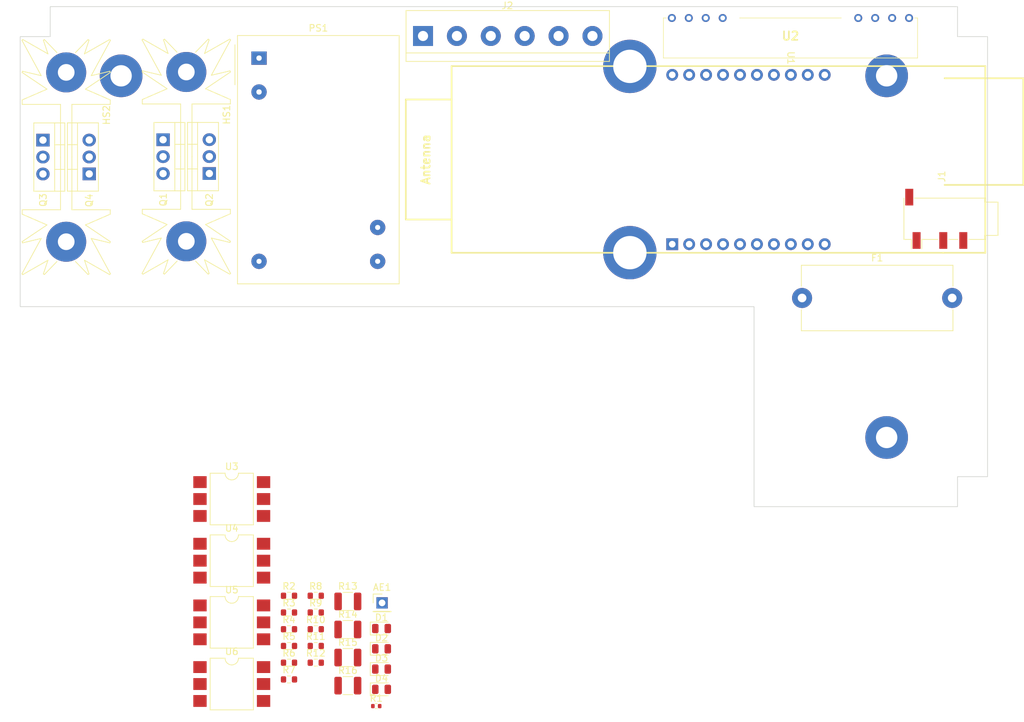
<source format=kicad_pcb>
(kicad_pcb (version 20221018) (generator pcbnew)
  (layers (0 "F.Cu" signal) (31 "B.Cu" signal) (34 "B.Paste" user) (35 "F.Paste" user) (36 "B.SilkS" user "B.Silkscreen") (37 "F.SilkS" user "F.Silkscreen") (38 "B.Mask" user) (39 "F.Mask" user) (44 "Edge.Cuts" user))
  (net 0 "")
  (net 1 "Net-(AE1-A)")
  (net 2 "Net-(D2-A)")
  (net 3 "Net-(D3-A)")
  (net 4 "Net-(D4-A)")
  (net 5 "GND")
  (net 6 "Net-(D1-A)")
  (net 7 "LINE")
  (net 8 "+3V3")
  (net 9 "Net-(Q1-A2)")
  (net 10 "Net-(J2-Pin_3)")
  (net 11 "Net-(J2-Pin_4)")
  (net 12 "Net-(U1-GPIO13)")
  (net 13 "Net-(Q2-G)")
  (net 14 "NEUT")
  (net 16 "+5V")
  (net 17 "Net-(Q1-G)")
  (net 18 "Net-(U1-GPIO2)")
  (net 22 "Net-(Q3-G)")
  (net 23 "Net-(Q4-G)")
  (net 31 "Net-(U1-GPIO36)")
  (net 35 "Net-(U1-GPIO3)")
  (net 36 "Net-(R9-Pad1)")
  (net 37 "Net-(U1-GPIO4)")
  (net 38 "Net-(R12-Pad1)")
  (net 39 "Net-(R13-Pad2)")
  (net 40 "Net-(U1-GPIO5)")
  (net 41 "Net-(R16-Pad2)")
  (net 48 "Net-(J2-Pin_5)")
  (net 49 "Net-(J2-Pin_6)")
  (net 50 "Net-(R2-Pad2)")
  (net 51 "Net-(R3-Pad2)")
  (net 52 "Net-(R10-Pad1)")
  (net 53 "Net-(R11-Pad1)")
  (net 54 "Net-(R14-Pad2)")
  (net 55 "Net-(R15-Pad2)")
  (footprint "Heatsink:Heatsink_Fischer_SK104-STC-STIC_35x13mm_2xDrill2.5mm" (layer "F.Cu") (at 78.995 69.36 -90)
    (fp_text reference "HS2" (at -6.3 -6.05 90) (layer "F.SilkS"))
    (fp_text value "Heatsink (shared by 2 triacs)")
    (fp_line (start -17.63 -6.51) (end -15.48 -2.74) (stroke (width 0.12)) (layer "F.SilkS"))
    (fp_line (start -17.63 6.51) (end -15.48 2.74) (stroke (width 0.12)) (layer "F.SilkS"))
    (fp_line (start -17.62 -3.27) (end -15.66 -1.38) (stroke (width 0.12)) (layer "F.SilkS"))
    (fp_line (start -17.62 3.27) (end -15.66 1.38) (stroke (width 0.12)) (layer "F.SilkS"))
    (fp_line (start -17.53 -3.42) (end -17.62 -3.27) (stroke (width 0.12)) (layer "F.SilkS"))
    (fp_line (start -17.53 3.42) (end -17.62 3.27) (stroke (width 0.12)) (layer "F.SilkS"))
    (fp_line (start -17.51 -6.63) (end -17.63 -6.51) (stroke (width 0.12)) (layer "F.SilkS"))
    (fp_line (start -17.51 6.63) (end -17.63 6.51) (stroke (width 0.12)) (layer "F.SilkS"))
    (fp_line (start -15.48 -2.74) (end -17.53 -3.42) (stroke (width 0.12)) (layer "F.SilkS"))
    (fp_line (start -15.48 2.74) (end -17.53 3.42) (stroke (width 0.12)) (layer "F.SilkS"))
    (fp_line (start -12.87 -6.55) (end -12.21 -3.75) (stroke (width 0.12)) (layer "F.SilkS"))
    (fp_line (start -12.87 6.55) (end -12.21 3.75) (stroke (width 0.12)) (layer "F.SilkS"))
    (fp_line (start -12.69 -6.61) (end -12.87 -6.55) (stroke (width 0.12)) (layer "F.SilkS"))
    (fp_line (start -12.69 6.61) (end -12.87 6.55) (stroke (width 0.12)) (layer "F.SilkS"))
    (fp_line (start -12.21 -3.75) (end -17.51 -6.63) (stroke (width 0.12)) (layer "F.SilkS"))
    (fp_line (start -12.21 3.75) (end -17.51 6.63) (stroke (width 0.12)) (layer "F.SilkS"))
    (fp_line (start -10.19 -2.89) (end -12.69 -6.61) (stroke (width 0.12)) (layer "F.SilkS"))
    (fp_line (start -10.19 2.89) (end -12.69 6.61) (stroke (width 0.12)) (layer "F.SilkS"))
    (fp_line (start -8.57 -6.6) (end -10.18 -2.89) (stroke (width 0.12)) (layer "F.SilkS"))
    (fp_line (start -8.57 6.6) (end -10.18 2.89) (stroke (width 0.12)) (layer "F.SilkS"))
    (fp_line (start -7.9 -6.6) (end -8.57 -6.6) (stroke (width 0.12)) (layer "F.SilkS"))
    (fp_line (start -7.9 -0.85) (end -7.9 -6.6) (stroke (width 0.12)) (layer "F.SilkS"))
    (fp_line (start -7.9 0.85) (end -7.9 6.6) (stroke (width 0.12)) (layer "F.SilkS"))
    (fp_line (start -7.9 6.6) (end -8.57 6.6) (stroke (width 0.12)) (layer "F.SilkS"))
    (fp_line (start 0 -0.85) (end -7.9 -0.85) (stroke (width 0.12)) (layer "F.SilkS"))
    (fp_line (start 0 -0.85) (end 7.9 -0.85) (stroke (width 0.12)) (layer "F.SilkS"))
    (fp_line (start 0 0.85) (end -7.9 0.85) (stroke (width 0.12)) (layer "F.SilkS"))
    (fp_line (start 0 0.85) (end 7.9 0.85) (stroke (width 0.12)) (layer "F.SilkS"))
    (fp_line (start 7.9 -6.6) (end 8.57 -6.6) (stroke (width 0.12)) (layer "F.SilkS"))
    (fp_line (start 7.9 -0.85) (end 7.9 -6.6) (stroke (width 0.12)) (layer "F.SilkS"))
    (fp_line (start 7.9 0.85) (end 7.9 6.6) (stroke (width 0.12)) (layer "F.SilkS"))
    (fp_line (start 7.9 6.6) (end 8.57 6.6) (stroke (width 0.12)) (layer "F.SilkS"))
    (fp_line (start 8.57 -6.6) (end 10.18 -2.89) (stroke (width 0.12)) (layer "F.SilkS"))
    (fp_line (start 8.57 6.6) (end 10.18 2.89) (stroke (width 0.12)) (layer "F.SilkS"))
    (fp_line (start 10.19 -2.89) (end 12.69 -6.61) (stroke (width 0.12)) (layer "F.SilkS"))
    (fp_line (start 10.19 2.89) (end 12.69 6.61) (stroke (width 0.12)) (layer "F.SilkS"))
    (fp_line (start 12.21 -3.75) (end 17.51 -6.63) (stroke (width 0.12)) (layer "F.SilkS"))
    (fp_line (start 12.21 3.75) (end 17.51 6.63) (stroke (width 0.12)) (layer "F.SilkS"))
    (fp_line (start 12.69 -6.61) (end 12.87 -6.55) (stroke (width 0.12)) (layer "F.SilkS"))
    (fp_line (start 12.69 6.61) (end 12.87 6.55) (stroke (width 0.12)) (layer "F.SilkS"))
    (fp_line (start 12.87 -6.55) (end 12.21 -3.75) (stroke (width 0.12)) (layer "F.SilkS"))
    (fp_line (start 12.87 6.55) (end 12.21 3.75) (stroke (width 0.12)) (layer "F.SilkS"))
    (fp_line (start 15.48 -2.74) (end 17.53 -3.42) (stroke (width 0.12)) (layer "F.SilkS"))
    (fp_line (start 15.48 2.74) (end 17.53 3.42) (stroke (width 0.12)) (layer "F.SilkS"))
    (fp_line (start 17.51 -6.63) (end 17.63 -6.51) (stroke (width 0.12)) (layer "F.SilkS"))
    (fp_line (start 17.51 6.63) (end 17.63 6.51) (stroke (width 0.12)) (layer "F.SilkS"))
    (fp_line (start 17.53 -3.42) (end 17.62 -3.27) (stroke (width 0.12)) (layer "F.SilkS"))
    (fp_line (start 17.53 3.42) (end 17.62 3.27) (stroke (width 0.12)) (layer "F.SilkS"))
    (fp_line (start 17.62 -3.27) (end 15.66 -1.38) (stroke (width 0.12)) (layer "F.SilkS"))
    (fp_line (start 17.62 3.27) (end 15.66 1.38) (stroke (width 0.12)) (layer "F.SilkS"))
    (fp_line (start 17.63 -6.51) (end 15.48 -2.74) (stroke (width 0.12)) (layer "F.SilkS"))
    (fp_line (start 17.63 6.51) (end 15.48 2.74) (stroke (width 0.12)) (layer "F.SilkS"))
    (pad "1" thru_hole circle (at -12.7 0 90) (size 6 6) (drill 2.5) (layers "*.Cu" "*.Mask"))
    (pad "1" thru_hole circle (at 12.7 0 270) (size 6 6) (drill 2.5) (layers "*.Cu" "*.Mask"))
  )
  (footprint "" (layer "F.Cu") (at 201.975 57.175)
    (fp_text reference "" (at 0 0) (layer "F.SilkS") (effects (font (size 1.27 1.27))))
    (fp_text value "" (at 0 0) (layer "F.SilkS") (effects (font (size 1.27 1.27))))
    (pad "1" thru_hole circle (at 0 0) (size 6.4 6.4) (drill 3.2) (layers "*.Cu" "*.Mask"))
  )
  (footprint "Diode_SMD:D_0805_2012Metric" (layer "F.Cu") (at 126.2625 143.12)
    (fp_text reference "D2" (at 0 -1.65) (layer "F.SilkS"))
    (fp_text value "LED")
    (fp_line (start -1.685 -0.96) (end -1.685 0.96) (stroke (width 0.12)) (layer "F.SilkS"))
    (fp_line (start -1.685 0.96) (end 1 0.96) (stroke (width 0.12)) (layer "F.SilkS"))
    (fp_line (start 1 -0.96) (end -1.685 -0.96) (stroke (width 0.12)) (layer "F.SilkS"))
    (pad "1" smd roundrect (at -0.9375 0) (size 0.975 1.4) (layers "F.Cu" "F.Paste" "F.Mask") (net 5 "GND"))
    (pad "2" smd roundrect (at 0.9375 0) (size 0.975 1.4) (layers "F.Cu" "F.Paste" "F.Mask") (net 2 "Net-(D2-A)"))
  )
  (footprint "" (layer "F.Cu") (at 163.485 83.7)
    (fp_text reference "" (at 0 0) (layer "F.SilkS") (effects (font (size 1.27 1.27))))
    (fp_text value "" (at 0 0) (layer "F.SilkS") (effects (font (size 1.27 1.27))))
    (pad "1" thru_hole circle (at 0 0) (size 8 8) (drill 5) (layers "*.Cu" "*.Mask"))
  )
  (footprint "Fuse:Fuseholder_Cylinder-5x20mm_Schurter_0031_8201_Horizontal_Open" (layer "F.Cu") (at 189.3 90.5)
    (fp_text reference "F1" (at 11.25 -6) (layer "F.SilkS"))
    (fp_text value "3A")
    (fp_line (start -0.11 -4.91) (end 22.61 -4.91) (stroke (width 0.12)) (layer "F.SilkS"))
    (fp_line (start -0.11 -1.75) (end -0.11 -4.91) (stroke (width 0.12)) (layer "F.SilkS"))
    (fp_line (start -0.11 4.91) (end -0.11 1.75) (stroke (width 0.12)) (layer "F.SilkS"))
    (fp_line (start -0.11 4.91) (end 22.61 4.91) (stroke (width 0.12)) (layer "F.SilkS"))
    (fp_line (start 22.61 -1.75) (end 22.61 -4.91) (stroke (width 0.12)) (layer "F.SilkS"))
    (fp_line (start 22.61 4.91) (end 22.61 1.75) (stroke (width 0.12)) (layer "F.SilkS"))
    (pad "" np_thru_hole circle (at 11.25 0) (size 2.7 2.7) (drill 2.7) (layers "*.Cu" "*.Mask"))
    (pad "1" thru_hole circle (at 0 0) (size 3 3) (drill 1.3) (layers "*.Cu" "*.Mask") (net 7 "LINE"))
    (pad "2" thru_hole circle (at 22.5 0) (size 3 3) (drill 1.3) (layers "*.Cu" "*.Mask") (net 9 "Net-(Q1-A2)"))
  )
  (footprint "Resistor_SMD:R_1210_3225Metric" (layer "F.Cu") (at 121.2125 148.645)
    (fp_text reference "R16" (at 0 -2.28) (layer "F.SilkS"))
    (fp_text value "360Ω/0.5W")
    (fp_line (start -0.723737 -1.355) (end 0.723737 -1.355) (stroke (width 0.12)) (layer "F.SilkS"))
    (fp_line (start -0.723737 1.355) (end 0.723737 1.355) (stroke (width 0.12)) (layer "F.SilkS"))
    (pad "1" smd roundrect (at -1.4625 0) (size 1.125 2.65) (layers "F.Cu" "F.Paste" "F.Mask") (roundrect_rratio 0.222222) (net 9 "Net-(Q1-A2)"))
    (pad "2" smd roundrect (at 1.4625 0) (size 1.125 2.65) (layers "F.Cu" "F.Paste" "F.Mask") (roundrect_rratio 0.222222) (net 41 "Net-(R16-Pad2)"))
  )
  (footprint "" (layer "F.Cu") (at 87.225 57.175)
    (fp_text reference "" (at 0 0) (layer "F.SilkS") (effects (font (size 1.27 1.27))))
    (fp_text value "" (at 0 0) (layer "F.SilkS") (effects (font (size 1.27 1.27))))
    (pad "1" thru_hole circle (at 0 0) (size 6.4 6.4) (drill 3.2) (layers "*.Cu" "*.Mask"))
  )
  (footprint "Package_TO_SOT_THT:TO-220-3_Vertical" (layer "F.Cu") (at 93.515 66.76 -90)
    (fp_text reference "Q1" (at 8.99 -0.035 90) (layer "F.SilkS"))
    (fp_text value "BT136-600E")
    (fp_line (start -2.58 -3.27) (end -2.58 1.371) (stroke (width 0.12)) (layer "F.SilkS"))
    (fp_line (start -2.58 -3.27) (end 7.66 -3.27) (stroke (width 0.12)) (layer "F.SilkS"))
    (fp_line (start -2.58 -1.76) (end 7.66 -1.76) (stroke (width 0.12)) (layer "F.SilkS"))
    (fp_line (start -2.58 1.371) (end 7.66 1.371) (stroke (width 0.12)) (layer "F.SilkS"))
    (fp_line (start 0.69 -3.27) (end 0.69 -1.76) (stroke (width 0.12)) (layer "F.SilkS"))
    (fp_line (start 4.391 -3.27) (end 4.391 -1.76) (stroke (width 0.12)) (layer "F.SilkS"))
    (fp_line (start 7.66 -3.27) (end 7.66 1.371) (stroke (width 0.12)) (layer "F.SilkS"))
    (pad "1" thru_hole rect (at 0 0 270) (size 1.905 2) (drill 1.1) (layers "*.Cu" "*.Mask") (net 10 "Net-(J2-Pin_3)"))
    (pad "2" thru_hole oval (at 2.54 0 270) (size 1.905 2) (drill 1.1) (layers "*.Cu" "*.Mask") (net 9 "Net-(Q1-A2)"))
    (pad "3" thru_hole oval (at 5.08 0 270) (size 1.905 2) (drill 1.1) (layers "*.Cu" "*.Mask") (net 17 "Net-(Q1-G)"))
  )
  (footprint "" (layer "F.Cu") (at 163.485 55.76)
    (fp_text reference "" (at 0 0) (layer "F.SilkS") (effects (font (size 1.27 1.27))))
    (fp_text value "" (at 0 0) (layer "F.SilkS") (effects (font (size 1.27 1.27))))
    (pad "1" thru_hole circle (at 0 0) (size 8 8) (drill 5) (layers "*.Cu" "*.Mask"))
  )
  (footprint "Package_DIP:SMDIP-6_W9.53mm" (layer "F.Cu") (at 103.8125 129.905)
    (fp_text reference "U4" (at 0 -4.87) (layer "F.SilkS"))
    (fp_text value "MOC3021M")
    (fp_line (start -3.235 -3.87) (end -3.235 3.87) (stroke (width 0.12)) (layer "F.SilkS"))
    (fp_line (start -3.235 3.87) (end 3.235 3.87) (stroke (width 0.12)) (layer "F.SilkS"))
    (fp_line (start -1 -3.87) (end -3.235 -3.87) (stroke (width 0.12)) (layer "F.SilkS"))
    (fp_line (start 3.235 -3.87) (end 1 -3.87) (stroke (width 0.12)) (layer "F.SilkS"))
    (fp_line (start 3.235 3.87) (end 3.235 -3.87) (stroke (width 0.12)) (layer "F.SilkS"))
    (fp_arc (start 1 -3.87) (mid 0 -2.87) (end -1 -3.87) (stroke (width 0.12)) (layer "F.SilkS"))
    (pad "1" smd rect (at -4.765 -2.54) (size 2 1.78) (layers "F.Cu" "F.Paste" "F.Mask") (net 52 "Net-(R10-Pad1)"))
    (pad "2" smd rect (at -4.765 0) (size 2 1.78) (layers "F.Cu" "F.Paste" "F.Mask") (net 5 "GND"))
    (pad "3" smd rect (at -4.765 2.54) (size 2 1.78) (layers "F.Cu" "F.Paste" "F.Mask"))
    (pad "4" smd rect (at 4.765 2.54) (size 2 1.78) (layers "F.Cu" "F.Paste" "F.Mask") (net 13 "Net-(Q2-G)"))
    (pad "5" smd rect (at 4.765 0) (size 2 1.78) (layers "F.Cu" "F.Paste" "F.Mask"))
    (pad "6" smd rect (at 4.765 -2.54) (size 2 1.78) (layers "F.Cu" "F.Paste" "F.Mask") (net 54 "Net-(R14-Pad2)"))
  )
  (footprint "Connector_PinHeader_2.54mm:PinHeader_1x01_P2.54mm_Vertical" (layer "F.Cu") (at 126.3425 136.235)
    (fp_text reference "AE1" (at 0 -2.33) (layer "F.SilkS"))
    (fp_text value "Antenna")
    (fp_line (start -1.33 -1.33) (end 0 -1.33) (stroke (width 0.12)) (layer "F.SilkS"))
    (fp_line (start -1.33 0) (end -1.33 -1.33) (stroke (width 0.12)) (layer "F.SilkS"))
    (fp_line (start -1.33 1.27) (end -1.33 1.33) (stroke (width 0.12)) (layer "F.SilkS"))
    (fp_line (start -1.33 1.27) (end 1.33 1.27) (stroke (width 0.12)) (layer "F.SilkS"))
    (fp_line (start -1.33 1.33) (end 1.33 1.33) (stroke (width 0.12)) (layer "F.SilkS"))
    (fp_line (start 1.33 1.27) (end 1.33 1.33) (stroke (width 0.12)) (layer "F.SilkS"))
    (pad "1" thru_hole rect (at 0 0) (size 1.7 1.7) (drill 1) (layers "*.Cu" "*.Mask") (net 1 "Net-(AE1-A)"))
  )
  (footprint "Resistor_SMD:R_0603_1608Metric" (layer "F.Cu") (at 112.3925 145.205)
    (fp_text reference "R6" (at 0 -1.43) (layer "F.SilkS"))
    (fp_text value "330Ω")
    (fp_line (start -0.237258 -0.5225) (end 0.237258 -0.5225) (stroke (width 0.12)) (layer "F.SilkS"))
    (fp_line (start -0.237258 0.5225) (end 0.237258 0.5225) (stroke (width 0.12)) (layer "F.SilkS"))
    (pad "1" smd roundrect (at -0.825 0) (size 0.8 0.95) (layers "F.Cu" "F.Paste" "F.Mask") (net 35 "Net-(U1-GPIO3)"))
    (pad "2" smd roundrect (at 0.825 0) (size 0.8 0.95) (layers "F.Cu" "F.Paste" "F.Mask") (net 2 "Net-(D2-A)"))
  )
  (footprint "Resistor_SMD:R_0603_1608Metric" (layer "F.Cu") (at 116.4025 142.695)
    (fp_text reference "R11" (at 0 -1.43) (layer "F.SilkS"))
    (fp_text value "220Ω")
    (fp_line (start -0.237258 -0.5225) (end 0.237258 -0.5225) (stroke (width 0.12)) (layer "F.SilkS"))
    (fp_line (start -0.237258 0.5225) (end 0.237258 0.5225) (stroke (width 0.12)) (layer "F.SilkS"))
    (pad "1" smd roundrect (at -0.825 0) (size 0.8 0.95) (layers "F.Cu" "F.Paste" "F.Mask") (net 53 "Net-(R11-Pad1)"))
    (pad "2" smd roundrect (at 0.825 0) (size 0.8 0.95) (layers "F.Cu" "F.Paste" "F.Mask") (net 37 "Net-(U1-GPIO4)"))
  )
  (footprint "Diode_SMD:D_0805_2012Metric" (layer "F.Cu") (at 126.2625 149.2)
    (fp_text reference "D4" (at 0 -1.65) (layer "F.SilkS"))
    (fp_text value "LED")
    (fp_line (start -1.685 -0.96) (end -1.685 0.96) (stroke (width 0.12)) (layer "F.SilkS"))
    (fp_line (start -1.685 0.96) (end 1 0.96) (stroke (width 0.12)) (layer "F.SilkS"))
    (fp_line (start 1 -0.96) (end -1.685 -0.96) (stroke (width 0.12)) (layer "F.SilkS"))
    (pad "1" smd roundrect (at -0.9375 0) (size 0.975 1.4) (layers "F.Cu" "F.Paste" "F.Mask") (net 5 "GND"))
    (pad "2" smd roundrect (at 0.9375 0) (size 0.975 1.4) (layers "F.Cu" "F.Paste" "F.Mask") (net 4 "Net-(D4-A)"))
  )
  (footprint "mylife-footprints:ESP32-POE" (layer "F.Cu") (at 179.865 69.69 90)
    (fp_text reference "U1" (at 15.2 7.75 -90 unlocked) (layer "F.SilkS"))
    (fp_text value "ESP32-POE")
    (fp_text user "Antenna" (at -0.04 -46.965 90) (layer "F.SilkS") (effects (font (size 1.27 1.27) (thickness 0.254))))
    (fp_line (start -14.03 -43.1) (end 13.97 -43.1) (stroke (width 0.254)) (layer "F.SilkS"))
    (fp_line (start -14.03 30.58) (end -14.03 -43.1) (stroke (width 0.254)) (layer "F.SilkS"))
    (fp_line (start -14.03 30.58) (end -14.03 36.9) (stroke (width 0.254)) (layer "F.SilkS"))
    (fp_line (start -14.03 36.9) (end 13.97 36.9) (stroke (width 0.254)) (layer "F.SilkS"))
    (fp_line (start -9.04 -49.965) (end -9.04 -43.1) (stroke (width 0.254)) (layer "F.SilkS"))
    (fp_line (start -9.04 -49.965) (end 8.96 -49.965) (stroke (width 0.254)) (layer "F.SilkS"))
    (fp_line (start -3.849 42.596) (end -3.849 30.796) (stroke (width 0.254)) (layer "F.SilkS"))
    (fp_line (start 8.96 -49.965) (end 8.96 -43.1) (stroke (width 0.254)) (layer "F.SilkS"))
    (fp_line (start 12.151 30.796) (end 12.151 42.596) (stroke (width 0.254)) (layer "F.SilkS"))
    (fp_line (start 12.151 42.596) (end -3.849 42.596) (stroke (width 0.254)) (layer "F.SilkS"))
    (fp_line (start 13.97 36.9) (end 13.97 -43.1) (stroke (width 0.254)) (layer "F.SilkS"))
    (pad "1" thru_hole rect (at -12.74 -10.03) (size 1.778 1.778) (drill 1) (layers "*.Cu" "*.Mask") (net 16 "+5V"))
    (pad "2" thru_hole circle (at -12.74 -7.49) (size 1.778 1.778) (drill 1) (layers "*.Cu" "*.Mask") (net 8 "+3V3"))
    (pad "3" thru_hole circle (at -12.74 -4.95) (size 1.778 1.778) (drill 1) (layers "*.Cu" "*.Mask") (net 5 "GND"))
    (pad "4" thru_hole circle (at -12.74 -2.41) (size 1.778 1.778) (drill 1) (layers "*.Cu" "*.Mask"))
    (pad "5" thru_hole circle (at -12.74 0.13) (size 1.778 1.778) (drill 1) (layers "*.Cu" "*.Mask"))
    (pad "6" thru_hole circle (at -12.74 2.67) (size 1.778 1.778) (drill 1) (layers "*.Cu" "*.Mask"))
    (pad "7" thru_hole circle (at -12.74 5.21) (size 1.778 1.778) (drill 1) (layers "*.Cu" "*.Mask") (net 18 "Net-(U1-GPIO2)"))
    (pad "8" thru_hole circle (at -12.74 7.75) (size 1.778 1.778) (drill 1) (layers "*.Cu" "*.Mask") (net 35 "Net-(U1-GPIO3)"))
    (pad "9" thru_hole circle (at -12.74 10.29) (size 1.778 1.778) (drill 1) (layers "*.Cu" "*.Mask") (net 37 "Net-(U1-GPIO4)"))
    (pad "10" thru_hole circle (at -12.74 12.83) (size 1.778 1.778) (drill 1) (layers "*.Cu" "*.Mask") (net 40 "Net-(U1-GPIO5)"))
    (pad "11" thru_hole circle (at 12.66 12.83) (size 1.778 1.778) (drill 1) (layers "*.Cu" "*.Mask") (net 12 "Net-(U1-GPIO13)"))
    (pad "12" thru_hole circle (at 12.66 10.29) (size 1.778 1.778) (drill 1) (layers "*.Cu" "*.Mask"))
    (pad "13" thru_hole circle (at 12.66 7.75) (size 1.778 1.778) (drill 1) (layers "*.Cu" "*.Mask"))
    (pad "14" thru_hole circle (at 12.66 5.21) (size 1.778 1.778) (drill 1) (layers "*.Cu" "*.Mask"))
    (pad "15" thru_hole circle (at 12.66 2.67) (size 1.778 1.778) (drill 1) (layers "*.Cu" "*.Mask"))
    (pad "16" thru_hole circle (at 12.66 0.13) (size 1.778 1.778) (drill 1) (layers "*.Cu" "*.Mask"))
    (pad "17" thru_hole circle (at 12.66 -2.41) (size 1.778 1.778) (drill 1) (layers "*.Cu" "*.Mask"))
    (pad "18" thru_hole circle (at 12.66 -4.95) (size 1.778 1.778) (drill 1) (layers "*.Cu" "*.Mask"))
    (pad "19" thru_hole circle (at 12.66 -7.49) (size 1.778 1.778) (drill 1) (layers "*.Cu" "*.Mask") (net 31 "Net-(U1-GPIO36)"))
    (pad "20" thru_hole circle (at 12.66 -10.03) (size 1.778 1.778) (drill 1) (layers "*.Cu" "*.Mask"))
  )
  (footprint "Package_TO_SOT_THT:TO-220-3_Vertical" (layer "F.Cu") (at 100.45 71.83 90)
    (fp_text reference "Q2" (at -3.97 0 90) (layer "F.SilkS"))
    (fp_text value "BT136-600E")
    (fp_line (start -2.58 -3.27) (end -2.58 1.371) (stroke (width 0.12)) (layer "F.SilkS"))
    (fp_line (start -2.58 -3.27) (end 7.66 -3.27) (stroke (width 0.12)) (layer "F.SilkS"))
    (fp_line (start -2.58 -1.76) (end 7.66 -1.76) (stroke (width 0.12)) (layer "F.SilkS"))
    (fp_line (start -2.58 1.371) (end 7.66 1.371) (stroke (width 0.12)) (layer "F.SilkS"))
    (fp_line (start 0.69 -3.27) (end 0.69 -1.76) (stroke (width 0.12)) (layer "F.SilkS"))
    (fp_line (start 4.391 -3.27) (end 4.391 -1.76) (stroke (width 0.12)) (layer "F.SilkS"))
    (fp_line (start 7.66 -3.27) (end 7.66 1.371) (stroke (width 0.12)) (layer "F.SilkS"))
    (pad "1" thru_hole rect (at 0 0 90) (size 1.905 2) (drill 1.1) (layers "*.Cu" "*.Mask") (net 11 "Net-(J2-Pin_4)"))
    (pad "2" thru_hole oval (at 2.54 0 90) (size 1.905 2) (drill 1.1) (layers "*.Cu" "*.Mask") (net 9 "Net-(Q1-A2)"))
    (pad "3" thru_hole oval (at 5.08 0 90) (size 1.905 2) (drill 1.1) (layers "*.Cu" "*.Mask") (net 13 "Net-(Q2-G)"))
  )
  (footprint "Resistor_SMD:R_0603_1608Metric" (layer "F.Cu") (at 116.4025 140.185)
    (fp_text reference "R10" (at 0 -1.43) (layer "F.SilkS"))
    (fp_text value "220Ω")
    (fp_line (start -0.237258 -0.5225) (end 0.237258 -0.5225) (stroke (width 0.12)) (layer "F.SilkS"))
    (fp_line (start -0.237258 0.5225) (end 0.237258 0.5225) (stroke (width 0.12)) (layer "F.SilkS"))
    (pad "1" smd roundrect (at -0.825 0) (size 0.8 0.95) (layers "F.Cu" "F.Paste" "F.Mask") (net 52 "Net-(R10-Pad1)"))
    (pad "2" smd roundrect (at 0.825 0) (size 0.8 0.95) (layers "F.Cu" "F.Paste" "F.Mask") (net 35 "Net-(U1-GPIO3)"))
  )
  (footprint "Diode_SMD:D_0805_2012Metric" (layer "F.Cu") (at 126.2625 140.08)
    (fp_text reference "D1" (at 0 -1.65) (layer "F.SilkS"))
    (fp_text value "LED")
    (fp_line (start -1.685 -0.96) (end -1.685 0.96) (stroke (width 0.12)) (layer "F.SilkS"))
    (fp_line (start -1.685 0.96) (end 1 0.96) (stroke (width 0.12)) (layer "F.SilkS"))
    (fp_line (start 1 -0.96) (end -1.685 -0.96) (stroke (width 0.12)) (layer "F.SilkS"))
    (pad "1" smd roundrect (at -0.9375 0) (size 0.975 1.4) (layers "F.Cu" "F.Paste" "F.Mask") (net 5 "GND"))
    (pad "2" smd roundrect (at 0.9375 0) (size 0.975 1.4) (layers "F.Cu" "F.Paste" "F.Mask") (net 6 "Net-(D1-A)"))
  )
  (footprint "mylife-footprints:AMRX12A433P" (layer "F.Cu") (at 187.56 51.2)
    (fp_text reference "U2" (at 0 0) (layer "F.SilkS") (effects (font (size 1.27 1.27) (thickness 0.254))))
    (fp_text value "QAM-RX10-433" hide)
    (fp_line (start -19.05 -2.7) (end -19.05 3.3) (stroke (width 0.1)) (layer "F.SilkS"))
    (fp_line (start -19.05 3.3) (end 19.05 3.3) (stroke (width 0.1)) (layer "F.SilkS"))
    (fp_line (start -18.6 -2.7) (end -19.05 -2.7) (stroke (width 0.1)) (layer "F.SilkS"))
    (fp_line (start -7.62 -2.7) (end 7.62 -2.7) (stroke (width 0.1)) (layer "F.SilkS"))
    (fp_line (start 19.05 -2.7) (end 18.6 -2.7) (stroke (width 0.1)) (layer "F.SilkS"))
    (fp_line (start 19.05 3.3) (end 19.05 -2.7) (stroke (width 0.1)) (layer "F.SilkS"))
    (pad "1" thru_hole circle (at -17.78 -2.7) (size 1.2 1.2) (drill 0.7) (layers "*.Cu" "*.Mask") (net 1 "Net-(AE1-A)"))
    (pad "2" thru_hole circle (at -15.24 -2.7) (size 1.2 1.2) (drill 0.7) (layers "*.Cu" "*.Mask") (net 5 "GND"))
    (pad "3" thru_hole circle (at -12.7 -2.7) (size 1.2 1.2) (drill 0.7) (layers "*.Cu" "*.Mask") (net 5 "GND"))
    (pad "4" thru_hole circle (at -10.16 -2.7) (size 1.2 1.2) (drill 0.7) (layers "*.Cu" "*.Mask") (net 8 "+3V3"))
    (pad "5" thru_hole circle (at 10.16 -2.7) (size 1.2 1.2) (drill 0.7) (layers "*.Cu" "*.Mask") (net 8 "+3V3"))
    (pad "6" thru_hole circle (at 12.7 -2.7) (size 1.2 1.2) (drill 0.7) (layers "*.Cu" "*.Mask") (net 50 "Net-(R2-Pad2)"))
    (pad "7" thru_hole circle (at 15.24 -2.7) (size 1.2 1.2) (drill 0.7) (layers "*.Cu" "*.Mask") (net 50 "Net-(R2-Pad2)"))
    (pad "8" thru_hole circle (at 17.78 -2.7) (size 1.2 1.2) (drill 0.7) (layers "*.Cu" "*.Mask") (net 5 "GND"))
  )
  (footprint "Converter_ACDC:Converter_ACDC_MeanWell_IRM-03-xx_THT" (layer "F.Cu") (at 107.9 54.52)
    (fp_text reference "PS1" (at 8.89 -4.5) (layer "F.SilkS"))
    (fp_text value "Alim RS PRO 5V 1A")
    (fp_line (start -3.61 -2) (end -3.61 4) (stroke (width 0.12)) (layer "F.SilkS"))
    (fp_line (start -3.23 -3.38) (end -3.23 33.86) (stroke (width 0.12)) (layer "F.SilkS"))
    (fp_line (start -3.23 33.86) (end 21.01 33.86) (stroke (width 0.12)) (layer "F.SilkS"))
    (fp_line (start 21.01 -3.38) (end -3.23 -3.38) (stroke (width 0.12)) (layer "F.SilkS"))
    (fp_line (start 21.01 -3.38) (end 21.01 33.86) (stroke (width 0.12)) (layer "F.SilkS"))
    (pad "1" thru_hole rect (at 0 0) (size 2.3 2) (drill 0.8) (layers "*.Cu" "*.Mask") (net 7 "LINE"))
    (pad "3" thru_hole circle (at 0 5.08) (size 2.3 2.3) (drill 0.8) (layers "*.Cu" "*.Mask") (net 14 "NEUT"))
    (pad "5" thru_hole circle (at 0 30.48) (size 2.3 2.3) (drill 0.76) (layers "*.Cu" "*.Mask"))
    (pad "14" thru_hole circle (at 17.78 30.48) (size 2.3 2.3) (drill 0.76) (layers "*.Cu" "*.Mask") (net 5 "GND"))
    (pad "16" thru_hole circle (at 17.78 25.4) (size 2.3 2.3) (drill 0.76) (layers "*.Cu" "*.Mask") (net 16 "+5V"))
  )
  (footprint "Package_DIP:SMDIP-6_W9.53mm" (layer "F.Cu") (at 103.8125 148.405)
    (fp_text reference "U6" (at 0 -4.87) (layer "F.SilkS"))
    (fp_text value "MOC3021M")
    (fp_line (start -3.235 -3.87) (end -3.235 3.87) (stroke (width 0.12)) (layer "F.SilkS"))
    (fp_line (start -3.235 3.87) (end 3.235 3.87) (stroke (width 0.12)) (layer "F.SilkS"))
    (fp_line (start -1 -3.87) (end -3.235 -3.87) (stroke (width 0.12)) (layer "F.SilkS"))
    (fp_line (start 3.235 -3.87) (end 1 -3.87) (stroke (width 0.12)) (layer "F.SilkS"))
    (fp_line (start 3.235 3.87) (end 3.235 -3.87) (stroke (width 0.12)) (layer "F.SilkS"))
    (fp_arc (start 1 -3.87) (mid 0 -2.87) (end -1 -3.87) (stroke (width 0.12)) (layer "F.SilkS"))
    (pad "1" smd rect (at -4.765 -2.54) (size 2 1.78) (layers "F.Cu" "F.Paste" "F.Mask") (net 38 "Net-(R12-Pad1)"))
    (pad "2" smd rect (at -4.765 0) (size 2 1.78) (layers "F.Cu" "F.Paste" "F.Mask") (net 5 "GND"))
    (pad "3" smd rect (at -4.765 2.54) (size 2 1.78) (layers "F.Cu" "F.Paste" "F.Mask"))
    (pad "4" smd rect (at 4.765 2.54) (size 2 1.78) (layers "F.Cu" "F.Paste" "F.Mask") (net 23 "Net-(Q4-G)"))
    (pad "5" smd rect (at 4.765 0) (size 2 1.78) (layers "F.Cu" "F.Paste" "F.Mask"))
    (pad "6" smd rect (at 4.765 -2.54) (size 2 1.78) (layers "F.Cu" "F.Paste" "F.Mask") (net 41 "Net-(R16-Pad2)"))
  )
  (footprint "Resistor_SMD:R_0603_1608Metric" (layer "F.Cu") (at 112.3925 147.715)
    (fp_text reference "R7" (at 0 -1.43) (layer "F.SilkS"))
    (fp_text value "330Ω")
    (fp_line (start -0.237258 -0.5225) (end 0.237258 -0.5225) (stroke (width 0.12)) (layer "F.SilkS"))
    (fp_line (start -0.237258 0.5225) (end 0.237258 0.5225) (stroke (width 0.12)) (layer "F.SilkS"))
    (pad "1" smd roundrect (at -0.825 0) (size 0.8 0.95) (layers "F.Cu" "F.Paste" "F.Mask") (net 37 "Net-(U1-GPIO4)"))
    (pad "2" smd roundrect (at 0.825 0) (size 0.8 0.95) (layers "F.Cu" "F.Paste" "F.Mask") (net 3 "Net-(D3-A)"))
  )
  (footprint "Package_DIP:SMDIP-6_W9.53mm" (layer "F.Cu") (at 103.8125 139.155)
    (fp_text reference "U5" (at 0 -4.87) (layer "F.SilkS"))
    (fp_text value "MOC3021M")
    (fp_line (start -3.235 -3.87) (end -3.235 3.87) (stroke (width 0.12)) (layer "F.SilkS"))
    (fp_line (start -3.235 3.87) (end 3.235 3.87) (stroke (width 0.12)) (layer "F.SilkS"))
    (fp_line (start -1 -3.87) (end -3.235 -3.87) (stroke (width 0.12)) (layer "F.SilkS"))
    (fp_line (start 3.235 -3.87) (end 1 -3.87) (stroke (width 0.12)) (layer "F.SilkS"))
    (fp_line (start 3.235 3.87) (end 3.235 -3.87) (stroke (width 0.12)) (layer "F.SilkS"))
    (fp_arc (start 1 -3.87) (mid 0 -2.87) (end -1 -3.87) (stroke (width 0.12)) (layer "F.SilkS"))
    (pad "1" smd rect (at -4.765 -2.54) (size 2 1.78) (layers "F.Cu" "F.Paste" "F.Mask") (net 53 "Net-(R11-Pad1)"))
    (pad "2" smd rect (at -4.765 0) (size 2 1.78) (layers "F.Cu" "F.Paste" "F.Mask") (net 5 "GND"))
    (pad "3" smd rect (at -4.765 2.54) (size 2 1.78) (layers "F.Cu" "F.Paste" "F.Mask"))
    (pad "4" smd rect (at 4.765 2.54) (size 2 1.78) (layers "F.Cu" "F.Paste" "F.Mask") (net 22 "Net-(Q3-G)"))
    (pad "5" smd rect (at 4.765 0) (size 2 1.78) (layers "F.Cu" "F.Paste" "F.Mask"))
    (pad "6" smd rect (at 4.765 -2.54) (size 2 1.78) (layers "F.Cu" "F.Paste" "F.Mask") (net 55 "Net-(R15-Pad2)"))
  )
  (footprint "Resistor_SMD:R_1210_3225Metric" (layer "F.Cu") (at 121.2125 144.435)
    (fp_text reference "R15" (at 0 -2.28) (layer "F.SilkS"))
    (fp_text value "360Ω/0.5W")
    (fp_line (start -0.723737 -1.355) (end 0.723737 -1.355) (stroke (width 0.12)) (layer "F.SilkS"))
    (fp_line (start -0.723737 1.355) (end 0.723737 1.355) (stroke (width 0.12)) (layer "F.SilkS"))
    (pad "1" smd roundrect (at -1.4625 0) (size 1.125 2.65) (layers "F.Cu" "F.Paste" "F.Mask") (roundrect_rratio 0.222222) (net 9 "Net-(Q1-A2)"))
    (pad "2" smd roundrect (at 1.4625 0) (size 1.125 2.65) (layers "F.Cu" "F.Paste" "F.Mask") (roundrect_rratio 0.222222) (net 55 "Net-(R15-Pad2)"))
  )
  (footprint "Connector_Audio:Jack_3.5mm_PJ320D_Horizontal" (layer "F.Cu") (at 210.288 78.62 180)
    (fp_text reference "J1" (at 0.05 6.35 90) (layer "F.SilkS"))
    (fp_text value "3.5mm headphone jack")
    (fp_line (start -8.375 -2.5) (end -8.375 2.5) (stroke (width 0.12)) (layer "F.SilkS"))
    (fp_line (start -6.375 -3.1) (end -6.375 -2.5) (stroke (width 0.12)) (layer "F.SilkS"))
    (fp_line (start -6.375 -3.1) (end -4 -3.1) (stroke (width 0.12)) (layer "F.SilkS"))
    (fp_line (start -6.375 -2.5) (end -8.375 -2.5) (stroke (width 0.12)) (layer "F.SilkS"))
    (fp_line (start -6.375 2.5) (end -8.375 2.5) (stroke (width 0.12)) (layer "F.SilkS"))
    (fp_line (start -6.375 2.5) (end -6.375 3.1) (stroke (width 0.12)) (layer "F.SilkS"))
    (fp_line (start -2.35 -3.1) (end -1 -3.1) (stroke (width 0.12)) (layer "F.SilkS"))
    (fp_line (start 0.65 -3.1) (end 3.05 -3.1) (stroke (width 0.12)) (layer "F.SilkS"))
    (fp_line (start 3.05 -3.1) (end 3.05 -4.5) (stroke (width 0.12)) (layer "F.SilkS"))
    (fp_line (start 4.15 3.1) (end -6.375 3.1) (stroke (width 0.12)) (layer "F.SilkS"))
    (fp_line (start 4.6 -3.1) (end 4.6 -4.5) (stroke (width 0.12)) (layer "F.SilkS"))
    (fp_line (start 4.6 -3.1) (end 5.725 -3.1) (stroke (width 0.12)) (layer "F.SilkS"))
    (fp_line (start 5.725 3.1) (end 5.725 -3.1) (stroke (width 0.12)) (layer "F.SilkS"))
    (pad "" np_thru_hole circle (at -4.775 0 180) (size 1.5 1.5) (drill 1.5) (layers "*.Cu" "*.Mask"))
    (pad "" np_thru_hole circle (at 2.225 0 180) (size 1.5 1.5) (drill 1.5) (layers "*.Cu" "*.Mask"))
    (pad "R1" smd rect (at -0.175 -3.25 180) (size 1.2 2.5) (layers "F.Cu" "F.Paste" "F.Mask") (net 12 "Net-(U1-GPIO13)"))
    (pad "R2" smd rect (at -3.175 -3.25 180) (size 1.2 2.5) (layers "F.Cu" "F.Paste" "F.Mask") (net 12 "Net-(U1-GPIO13)"))
    (pad "S" smd rect (at 4.925 3.25 180) (size 1.2 2.5) (layers "F.Cu" "F.Paste" "F.Mask") (net 5 "GND"))
    (pad "T" smd rect (at 3.825 -3.25 180) (size 1.2 2.5) (layers "F.Cu" "F.Paste" "F.Mask") (net 8 "+3V3"))
  )
  (footprint "TerminalBlock:TerminalBlock_bornier-6_P5.08mm" (layer "F.Cu") (at 132.48 51.2)
    (fp_text reference "J2" (at 12.65 -4.55) (layer "F.SilkS"))
    (fp_text value "Main + Sorties")
    (fp_line (start -2.54 -3.81) (end -2.54 3.81) (stroke (width 0.12)) (layer "F.SilkS"))
    (fp_line (start -2.54 -3.81) (end 27.94 -3.81) (stroke (width 0.12)) (layer "F.SilkS"))
    (fp_line (start -2.54 2.54) (end 27.94 2.54) (stroke (width 0.12)) (layer "F.SilkS"))
    (fp_line (start -2.54 3.81) (end 27.94 3.81) (stroke (width 0.12)) (layer "F.SilkS"))
    (fp_line (start 27.94 3.81) (end 27.94 -3.81) (stroke (width 0.12)) (layer "F.SilkS"))
    (pad "1" thru_hole rect (at 0 0) (size 3 3) (drill 1.52) (layers "*.Cu" "*.Mask") (net 7 "LINE"))
    (pad "2" thru_hole circle (at 5.08 0) (size 3 3) (drill 1.52) (layers "*.Cu" "*.Mask") (net 14 "NEUT"))
    (pad "3" thru_hole circle (at 10.16 0) (size 3 3) (drill 1.52) (layers "*.Cu" "*.Mask") (net 10 "Net-(J2-Pin_3)"))
    (pad "4" thru_hole circle (at 15.24 0) (size 3 3) (drill 1.52) (layers "*.Cu" "*.Mask") (net 11 "Net-(J2-Pin_4)"))
    (pad "5" thru_hole circle (at 20.32 0) (size 3 3) (drill 1.52) (layers "*.Cu" "*.Mask") (net 48 "Net-(J2-Pin_5)"))
    (pad "6" thru_hole circle (at 25.4 0) (size 3 3) (drill 1.52) (layers "*.Cu" "*.Mask") (net 49 "Net-(J2-Pin_6)"))
  )
  (footprint "Heatsink:Heatsink_Fischer_SK104-STC-STIC_35x13mm_2xDrill2.5mm" (layer "F.Cu") (at 97 69.3 -90)
    (fp_text reference "HS1" (at -6.3 -6.05 90) (layer "F.SilkS"))
    (fp_text value "Heatsink (shared by 2 triacs)")
    (fp_line (start -17.63 -6.51) (end -15.48 -2.74) (stroke (width 0.12)) (layer "F.SilkS"))
    (fp_line (start -17.63 6.51) (end -15.48 2.74) (stroke (width 0.12)) (layer "F.SilkS"))
    (fp_line (start -17.62 -3.27) (end -15.66 -1.38) (stroke (width 0.12)) (layer "F.SilkS"))
    (fp_line (start -17.62 3.27) (end -15.66 1.38) (stroke (width 0.12)) (layer "F.SilkS"))
    (fp_line (start -17.53 -3.42) (end -17.62 -3.27) (stroke (width 0.12)) (layer "F.SilkS"))
    (fp_line (start -17.53 3.42) (end -17.62 3.27) (stroke (width 0.12)) (layer "F.SilkS"))
    (fp_line (start -17.51 -6.63) (end -17.63 -6.51) (stroke (width 0.12)) (layer "F.SilkS"))
    (fp_line (start -17.51 6.63) (end -17.63 6.51) (stroke (width 0.12)) (layer "F.SilkS"))
    (fp_line (start -15.48 -2.74) (end -17.53 -3.42) (stroke (width 0.12)) (layer "F.SilkS"))
    (fp_line (start -15.48 2.74) (end -17.53 3.42) (stroke (width 0.12)) (layer "F.SilkS"))
    (fp_line (start -12.87 -6.55) (end -12.21 -3.75) (stroke (width 0.12)) (layer "F.SilkS"))
    (fp_line (start -12.87 6.55) (end -12.21 3.75) (stroke (width 0.12)) (layer "F.SilkS"))
    (fp_line (start -12.69 -6.61) (end -12.87 -6.55) (stroke (width 0.12)) (layer "F.SilkS"))
    (fp_line (start -12.69 6.61) (end -12.87 6.55) (stroke (width 0.12)) (layer "F.SilkS"))
    (fp_line (start -12.21 -3.75) (end -17.51 -6.63) (stroke (width 0.12)) (layer "F.SilkS"))
    (fp_line (start -12.21 3.75) (end -17.51 6.63) (stroke (width 0.12)) (layer "F.SilkS"))
    (fp_line (start -10.19 -2.89) (end -12.69 -6.61) (stroke (width 0.12)) (layer "F.SilkS"))
    (fp_line (start -10.19 2.89) (end -12.69 6.61) (stroke (width 0.12)) (layer "F.SilkS"))
    (fp_line (start -8.57 -6.6) (end -10.18 -2.89) (stroke (width 0.12)) (layer "F.SilkS"))
    (fp_line (start -8.57 6.6) (end -10.18 2.89) (stroke (width 0.12)) (layer "F.SilkS"))
    (fp_line (start -7.9 -6.6) (end -8.57 -6.6) (stroke (width 0.12)) (layer "F.SilkS"))
    (fp_line (start -7.9 -0.85) (end -7.9 -6.6) (stroke (width 0.12)) (layer "F.SilkS"))
    (fp_line (start -7.9 0.85) (end -7.9 6.6) (stroke (width 0.12)) (layer "F.SilkS"))
    (fp_line (start -7.9 6.6) (end -8.57 6.6) (stroke (width 0.12)) (layer "F.SilkS"))
    (fp_line (start 0 -0.85) (end -7.9 -0.85) (stroke (width 0.12)) (layer "F.SilkS"))
    (fp_line (start 0 -0.85) (end 7.9 -0.85) (stroke (width 0.12)) (layer "F.SilkS"))
    (fp_line (start 0 0.85) (end -7.9 0.85) (stroke (width 0.12)) (layer "F.SilkS"))
    (fp_line (start 0 0.85) (end 7.9 0.85) (stroke (width 0.12)) (layer "F.SilkS"))
    (fp_line (start 7.9 -6.6) (end 8.57 -6.6) (stroke (width 0.12)) (layer "F.SilkS"))
    (fp_line (start 7.9 -0.85) (end 7.9 -6.6) (stroke (width 0.12)) (layer "F.SilkS"))
    (fp_line (start 7.9 0.85) (end 7.9 6.6) (stroke (width 0.12)) (layer "F.SilkS"))
    (fp_line (start 7.9 6.6) (end 8.57 6.6) (stroke (width 0.12)) (layer "F.SilkS"))
    (fp_line (start 8.57 -6.6) (end 10.18 -2.89) (stroke (width 0.12)) (layer "F.SilkS"))
    (fp_line (start 8.57 6.6) (end 10.18 2.89) (stroke (width 0.12)) (layer "F.SilkS"))
    (fp_line (start 10.19 -2.89) (end 12.69 -6.61) (stroke (width 0.12)) (layer "F.SilkS"))
    (fp_line (start 10.19 2.89) (end 12.69 6.61) (stroke (width 0.12)) (layer "F.SilkS"))
    (fp_line (start 12.21 -3.75) (end 17.51 -6.63) (stroke (width 0.12)) (layer "F.SilkS"))
    (fp_line (start 12.21 3.75) (end 17.51 6.63) (stroke (width 0.12)) (layer "F.SilkS"))
    (fp_line (start 12.69 -6.61) (end 12.87 -6.55) (stroke (width 0.12)) (layer "F.SilkS"))
    (fp_line (start 12.69 6.61) (end 12.87 6.55) (stroke (width 0.12)) (layer "F.SilkS"))
    (fp_line (start 12.87 -6.55) (end 12.21 -3.75) (stroke (width 0.12)) (layer "F.SilkS"))
    (fp_line (start 12.87 6.55) (end 12.21 3.75) (stroke (width 0.12)) (layer "F.SilkS"))
    (fp_line (start 15.48 -2.74) (end 17.53 -3.42) (stroke (width 0.12)) (layer "F.SilkS"))
    (fp_line (start 15.48 2.74) (end 17.53 3.42) (stroke (width 0.12)) (layer "F.SilkS"))
    (fp_line (start 17.51 -6.63) (end 17.63 -6.51) (stroke (width 0.12)) (layer "F.SilkS"))
    (fp_line (start 17.51 6.63) (end 17.63 6.51) (stroke (width 0.12)) (layer "F.SilkS"))
    (fp_line (start 17.53 -3.42) (end 17.62 -3.27) (stroke (width 0.12)) (layer "F.SilkS"))
    (fp_line (start 17.53 3.42) (end 17.62 3.27) (stroke (width 0.12)) (layer "F.SilkS"))
    (fp_line (start 17.62 -3.27) (end 15.66 -1.38) (stroke (width 0.12)) (layer "F.SilkS"))
    (fp_line (start 17.62 3.27) (end 15.66 1.38) (stroke (width 0.12)) (layer "F.SilkS"))
    (fp_line (start 17.63 -6.51) (end 15.48 -2.74) (stroke (width 0.12)) (layer "F.SilkS"))
    (fp_line (start 17.63 6.51) (end 15.48 2.74) (stroke (width 0.12)) (layer "F.SilkS"))
    (pad "1" thru_hole circle (at -12.7 0 90) (size 6 6) (drill 2.5) (layers "*.Cu" "*.Mask"))
    (pad "1" thru_hole circle (at 12.7 0 270) (size 6 6) (drill 2.5) (layers "*.Cu" "*.Mask"))
  )
  (footprint "Resistor_SMD:R_0603_1608Metric" (layer "F.Cu") (at 112.3925 142.695)
    (fp_text reference "R5" (at 0 -1.43) (layer "F.SilkS"))
    (fp_text value "330Ω")
    (fp_line (start -0.237258 -0.5225) (end 0.237258 -0.5225) (stroke (width 0.12)) (layer "F.SilkS"))
    (fp_line (start -0.237258 0.5225) (end 0.237258 0.5225) (stroke (width 0.12)) (layer "F.SilkS"))
    (pad "1" smd roundrect (at -0.825 0) (size 0.8 0.95) (layers "F.Cu" "F.Paste" "F.Mask") (net 18 "Net-(U1-GPIO2)"))
    (pad "2" smd roundrect (at 0.825 0) (size 0.8 0.95) (layers "F.Cu" "F.Paste" "F.Mask") (net 6 "Net-(D1-A)"))
  )
  (footprint "Resistor_SMD:R_1210_3225Metric" (layer "F.Cu") (at 121.2125 136.015)
    (fp_text reference "R13" (at 0 -2.28) (layer "F.SilkS"))
    (fp_text value "360Ω/0.5W")
    (fp_line (start -0.723737 -1.355) (end 0.723737 -1.355) (stroke (width 0.12)) (layer "F.SilkS"))
    (fp_line (start -0.723737 1.355) (end 0.723737 1.355) (stroke (width 0.12)) (layer "F.SilkS"))
    (pad "1" smd roundrect (at -1.4625 0) (size 1.125 2.65) (layers "F.Cu" "F.Paste" "F.Mask") (roundrect_rratio 0.222222) (net 9 "Net-(Q1-A2)"))
    (pad "2" smd roundrect (at 1.4625 0) (size 1.125 2.65) (layers "F.Cu" "F.Paste" "F.Mask") (roundrect_rratio 0.222222) (net 39 "Net-(R13-Pad2)"))
  )
  (footprint "Resistor_SMD:R_0402_1005Metric" (layer "F.Cu") (at 125.4725 151.715)
    (fp_text reference "R1" (at 0 -1.17) (layer "F.SilkS"))
    (fp_text value "4.7KΩ")
    (fp_line (start -0.153641 -0.38) (end 0.153641 -0.38) (stroke (width 0.12)) (layer "F.SilkS"))
    (fp_line (start -0.153641 0.38) (end 0.153641 0.38) (stroke (width 0.12)) (layer "F.SilkS"))
    (pad "1" smd roundrect (at -0.51 0) (size 0.54 0.64) (layers "F.Cu" "F.Paste" "F.Mask") (net 8 "+3V3"))
    (pad "2" smd roundrect (at 0.51 0) (size 0.54 0.64) (layers "F.Cu" "F.Paste" "F.Mask") (net 12 "Net-(U1-GPIO13)"))
  )
  (footprint "Resistor_SMD:R_0603_1608Metric" (layer "F.Cu") (at 112.3925 135.165)
    (fp_text reference "R2" (at 0 -1.43) (layer "F.SilkS"))
    (fp_text value "10KΩ")
    (fp_line (start -0.237258 -0.5225) (end 0.237258 -0.5225) (stroke (width 0.12)) (layer "F.SilkS"))
    (fp_line (start -0.237258 0.5225) (end 0.237258 0.5225) (stroke (width 0.12)) (layer "F.SilkS"))
    (pad "1" smd roundrect (at -0.825 0) (size 0.8 0.95) (layers "F.Cu" "F.Paste" "F.Mask") (net 31 "Net-(U1-GPIO36)"))
    (pad "2" smd roundrect (at 0.825 0) (size 0.8 0.95) (layers "F.Cu" "F.Paste" "F.Mask") (net 50 "Net-(R2-Pad2)"))
  )
  (footprint "Package_DIP:SMDIP-6_W9.53mm" (layer "F.Cu") (at 103.8125 120.655)
    (fp_text reference "U3" (at 0 -4.87) (layer "F.SilkS"))
    (fp_text value "MOC3021M")
    (fp_line (start -3.235 -3.87) (end -3.235 3.87) (stroke (width 0.12)) (layer "F.SilkS"))
    (fp_line (start -3.235 3.87) (end 3.235 3.87) (stroke (width 0.12)) (layer "F.SilkS"))
    (fp_line (start -1 -3.87) (end -3.235 -3.87) (stroke (width 0.12)) (layer "F.SilkS"))
    (fp_line (start 3.235 -3.87) (end 1 -3.87) (stroke (width 0.12)) (layer "F.SilkS"))
    (fp_line (start 3.235 3.87) (end 3.235 -3.87) (stroke (width 0.12)) (layer "F.SilkS"))
    (fp_arc (start 1 -3.87) (mid 0 -2.87) (end -1 -3.87) (stroke (width 0.12)) (layer "F.SilkS"))
    (pad "1" smd rect (at -4.765 -2.54) (size 2 1.78) (layers "F.Cu" "F.Paste" "F.Mask") (net 36 "Net-(R9-Pad1)"))
    (pad "2" smd rect (at -4.765 0) (size 2 1.78) (layers "F.Cu" "F.Paste" "F.Mask") (net 5 "GND"))
    (pad "3" smd rect (at -4.765 2.54) (size 2 1.78) (layers "F.Cu" "F.Paste" "F.Mask"))
    (pad "4" smd rect (at 4.765 2.54) (size 2 1.78) (layers "F.Cu" "F.Paste" "F.Mask") (net 17 "Net-(Q1-G)"))
    (pad "5" smd rect (at 4.765 0) (size 2 1.78) (layers "F.Cu" "F.Paste" "F.Mask"))
    (pad "6" smd rect (at 4.765 -2.54) (size 2 1.78) (layers "F.Cu" "F.Paste" "F.Mask") (net 39 "Net-(R13-Pad2)"))
  )
  (footprint "" (layer "F.Cu") (at 201.975 111.425)
    (fp_text reference "" (at 0 0) (layer "F.SilkS") (effects (font (size 1.27 1.27))))
    (fp_text value "" (at 0 0) (layer "F.SilkS") (effects (font (size 1.27 1.27))))
    (pad "1" thru_hole circle (at 0 0) (size 6.4 6.4) (drill 3.2) (layers "*.Cu" "*.Mask"))
  )
  (footprint "Resistor_SMD:R_0603_1608Metric" (layer "F.Cu") (at 112.3925 140.185)
    (fp_text reference "R4" (at 0 -1.43) (layer "F.SilkS"))
    (fp_text value "10KΩ")
    (fp_line (start -0.237258 -0.5225) (end 0.237258 -0.5225) (stroke (width 0.12)) (layer "F.SilkS"))
    (fp_line (start -0.237258 0.5225) (end 0.237258 0.5225) (stroke (width 0.12)) (layer "F.SilkS"))
    (pad "1" smd roundrect (at -0.825 0) (size 0.8 0.95) (layers "F.Cu" "F.Paste" "F.Mask") (net 51 "Net-(R3-Pad2)"))
    (pad "2" smd roundrect (at 0.825 0) (size 0.8 0.95) (layers "F.Cu" "F.Paste" "F.Mask") (net 5 "GND"))
  )
  (footprint "Resistor_SMD:R_0603_1608Metric" (layer "F.Cu") (at 112.3925 137.675)
    (fp_text reference "R3" (at 0 -1.43) (layer "F.SilkS"))
    (fp_text value "10KΩ")
    (fp_line (start -0.237258 -0.5225) (end 0.237258 -0.5225) (stroke (width 0.12)) (layer "F.SilkS"))
    (fp_line (start -0.237258 0.5225) (end 0.237258 0.5225) (stroke (width 0.12)) (layer "F.SilkS"))
    (pad "1" smd roundrect (at -0.825 0) (size 0.8 0.95) (layers "F.Cu" "F.Paste" "F.Mask") (net 31 "Net-(U1-GPIO36)"))
    (pad "2" smd roundrect (at 0.825 0) (size 0.8 0.95) (layers "F.Cu" "F.Paste" "F.Mask") (net 51 "Net-(R3-Pad2)"))
  )
  (footprint "Resistor_SMD:R_1210_3225Metric" (layer "F.Cu") (at 121.2125 140.225)
    (fp_text reference "R14" (at 0 -2.28) (layer "F.SilkS"))
    (fp_text value "360Ω/0.5W")
    (fp_line (start -0.723737 -1.355) (end 0.723737 -1.355) (stroke (width 0.12)) (layer "F.SilkS"))
    (fp_line (start -0.723737 1.355) (end 0.723737 1.355) (stroke (width 0.12)) (layer "F.SilkS"))
    (pad "1" smd roundrect (at -1.4625 0) (size 1.125 2.65) (layers "F.Cu" "F.Paste" "F.Mask") (roundrect_rratio 0.222222) (net 9 "Net-(Q1-A2)"))
    (pad "2" smd roundrect (at 1.4625 0) (size 1.125 2.65) (layers "F.Cu" "F.Paste" "F.Mask") (roundrect_rratio 0.222222) (net 54 "Net-(R14-Pad2)"))
  )
  (footprint "Resistor_SMD:R_0603_1608Metric" (layer "F.Cu") (at 116.4025 137.675)
    (fp_text reference "R9" (at 0 -1.43) (layer "F.SilkS"))
    (fp_text value "220Ω")
    (fp_line (start -0.237258 -0.5225) (end 0.237258 -0.5225) (stroke (width 0.12)) (layer "F.SilkS"))
    (fp_line (start -0.237258 0.5225) (end 0.237258 0.5225) (stroke (width 0.12)) (layer "F.SilkS"))
    (pad "1" smd roundrect (at -0.825 0) (size 0.8 0.95) (layers "F.Cu" "F.Paste" "F.Mask") (net 36 "Net-(R9-Pad1)"))
    (pad "2" smd roundrect (at 0.825 0) (size 0.8 0.95) (layers "F.Cu" "F.Paste" "F.Mask") (net 18 "Net-(U1-GPIO2)"))
  )
  (footprint "Diode_SMD:D_0805_2012Metric" (layer "F.Cu") (at 126.2625 146.16)
    (fp_text reference "D3" (at 0 -1.65) (layer "F.SilkS"))
    (fp_text value "LED")
    (fp_line (start -1.685 -0.96) (end -1.685 0.96) (stroke (width 0.12)) (layer "F.SilkS"))
    (fp_line (start -1.685 0.96) (end 1 0.96) (stroke (width 0.12)) (layer "F.SilkS"))
    (fp_line (start 1 -0.96) (end -1.685 -0.96) (stroke (width 0.12)) (layer "F.SilkS"))
    (pad "1" smd roundrect (at -0.9375 0) (size 0.975 1.4) (layers "F.Cu" "F.Paste" "F.Mask") (net 5 "GND"))
    (pad "2" smd roundrect (at 0.9375 0) (size 0.975 1.4) (layers "F.Cu" "F.Paste" "F.Mask") (net 3 "Net-(D3-A)"))
  )
  (footprint "Resistor_SMD:R_0603_1608Metric" (layer "F.Cu") (at 116.4025 145.205)
    (fp_text reference "R12" (at 0 -1.43) (layer "F.SilkS"))
    (fp_text value "220Ω")
    (fp_line (start -0.237258 -0.5225) (end 0.237258 -0.5225) (stroke (width 0.12)) (layer "F.SilkS"))
    (fp_line (start -0.237258 0.5225) (end 0.237258 0.5225) (stroke (width 0.12)) (layer "F.SilkS"))
    (pad "1" smd roundrect (at -0.825 0) (size 0.8 0.95) (layers "F.Cu" "F.Paste" "F.Mask") (net 38 "Net-(R12-Pad1)"))
    (pad "2" smd roundrect (at 0.825 0) (size 0.8 0.95) (layers "F.Cu" "F.Paste" "F.Mask") (net 40 "Net-(U1-GPIO5)"))
  )
  (footprint "Resistor_SMD:R_0603_1608Metric" (layer "F.Cu") (at 116.4025 135.165)
    (fp_text reference "R8" (at 0 -1.43) (layer "F.SilkS"))
    (fp_text value "330Ω")
    (fp_line (start -0.237258 -0.5225) (end 0.237258 -0.5225) (stroke (width 0.12)) (layer "F.SilkS"))
    (fp_line (start -0.237258 0.5225) (end 0.237258 0.5225) (stroke (width 0.12)) (layer "F.SilkS"))
    (pad "1" smd roundrect (at -0.825 0) (size 0.8 0.95) (layers "F.Cu" "F.Paste" "F.Mask") (net 40 "Net-(U1-GPIO5)"))
    (pad "2" smd roundrect (at 0.825 0) (size 0.8 0.95) (layers "F.Cu" "F.Paste" "F.Mask") (net 4 "Net-(D4-A)"))
  )
  (footprint "Package_TO_SOT_THT:TO-220-3_Vertical" (layer "F.Cu") (at 82.445 71.89 90)
    (fp_text reference "Q4" (at -3.97 0 90) (layer "F.SilkS"))
    (fp_text value "BT136-600E")
    (fp_line (start -2.58 -3.27) (end -2.58 1.371) (stroke (width 0.12)) (layer "F.SilkS"))
    (fp_line (start -2.58 -3.27) (end 7.66 -3.27) (stroke (width 0.12)) (layer "F.SilkS"))
    (fp_line (start -2.58 -1.76) (end 7.66 -1.76) (stroke (width 0.12)) (layer "F.SilkS"))
    (fp_line (start -2.58 1.371) (end 7.66 1.371) (stroke (width 0.12)) (layer "F.SilkS"))
    (fp_line (start 0.69 -3.27) (end 0.69 -1.76) (stroke (width 0.12)) (layer "F.SilkS"))
    (fp_line (start 4.391 -3.27) (end 4.391 -1.76) (stroke (width 0.12)) (layer "F.SilkS"))
    (fp_line (start 7.66 -3.27) (end 7.66 1.371) (stroke (width 0.12)) (layer "F.SilkS"))
    (pad "1" thru_hole rect (at 0 0 90) (size 1.905 2) (drill 1.1) (layers "*.Cu" "*.Mask") (net 49 "Net-(J2-Pin_6)"))
    (pad "2" thru_hole oval (at 2.54 0 90) (size 1.905 2) (drill 1.1) (layers "*.Cu" "*.Mask") (net 9 "Net-(Q1-A2)"))
    (pad "3" thru_hole oval (at 5.08 0 90) (size 1.905 2) (drill 1.1) (layers "*.Cu" "*.Mask") (net 23 "Net-(Q4-G)"))
  )
  (footprint "Package_TO_SOT_THT:TO-220-3_Vertical" (layer "F.Cu") (at 75.51 66.82 -90)
    (fp_text reference "Q3" (at 8.99 -0.035 90) (layer "F.SilkS"))
    (fp_text value "BT136-600E")
    (fp_line (start -2.58 -3.27) (end -2.58 1.371) (stroke (width 0.12)) (layer "F.SilkS"))
    (fp_line (start -2.58 -3.27) (end 7.66 -3.27) (stroke (width 0.12)) (layer "F.SilkS"))
    (fp_line (start -2.58 -1.76) (end 7.66 -1.76) (stroke (width 0.12)) (layer "F.SilkS"))
    (fp_line (start -2.58 1.371) (end 7.66 1.371) (stroke (width 0.12)) (layer "F.SilkS"))
    (fp_line (start 0.69 -3.27) (end 0.69 -1.76) (stroke (width 0.12)) (layer "F.SilkS"))
    (fp_line (start 4.391 -3.27) (end 4.391 -1.76) (stroke (width 0.12)) (layer "F.SilkS"))
    (fp_line (start 7.66 -3.27) (end 7.66 1.371) (stroke (width 0.12)) (layer "F.SilkS"))
    (pad "1" thru_hole rect (at 0 0 270) (size 1.905 2) (drill 1.1) (layers "*.Cu" "*.Mask") (net 48 "Net-(J2-Pin_5)"))
    (pad "2" thru_hole oval (at 2.54 0 270) (size 1.905 2) (drill 1.1) (layers "*.Cu" "*.Mask") (net 9 "Net-(Q1-A2)"))
    (pad "3" thru_hole oval (at 5.08 0 270) (size 1.905 2) (drill 1.1) (layers "*.Cu" "*.Mask") (net 22 "Net-(Q3-G)"))
  )
  (gr_poly (pts (xy 72.1 91.8) (xy 72.1 51.3) (xy 76.6 51.3) (xy 76.6 46.8) (xy 212.6 46.8) (xy 212.6 51.3) (xy 217.1 51.3) (xy 217.1 117.3) (xy 212.6 117.3) (xy 212.6 121.8) (xy 182.1 121.8) (xy 182.1 91.8)) (stroke (width 0.1)) (fill none) (layer "Edge.Cuts"))
)
</source>
